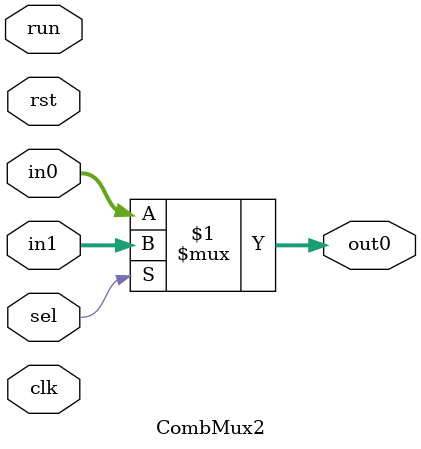
<source format=v>
`timescale 1ns / 1ps
`include "xversat.vh"

module CombMux2 #(
         parameter DATA_W = 32
      )
    (
    //control
    input                         clk,
    input                         rst,
    
    input                         run,

    //input / output data
    input [DATA_W-1:0]            in0,
    input [DATA_W-1:0]            in1,

    (* versat_latency = 0 *) output reg [DATA_W-1:0]       out0,
    
    input                         sel
    );

assign out0 = (sel ? in1 : in0);

endmodule
</source>
